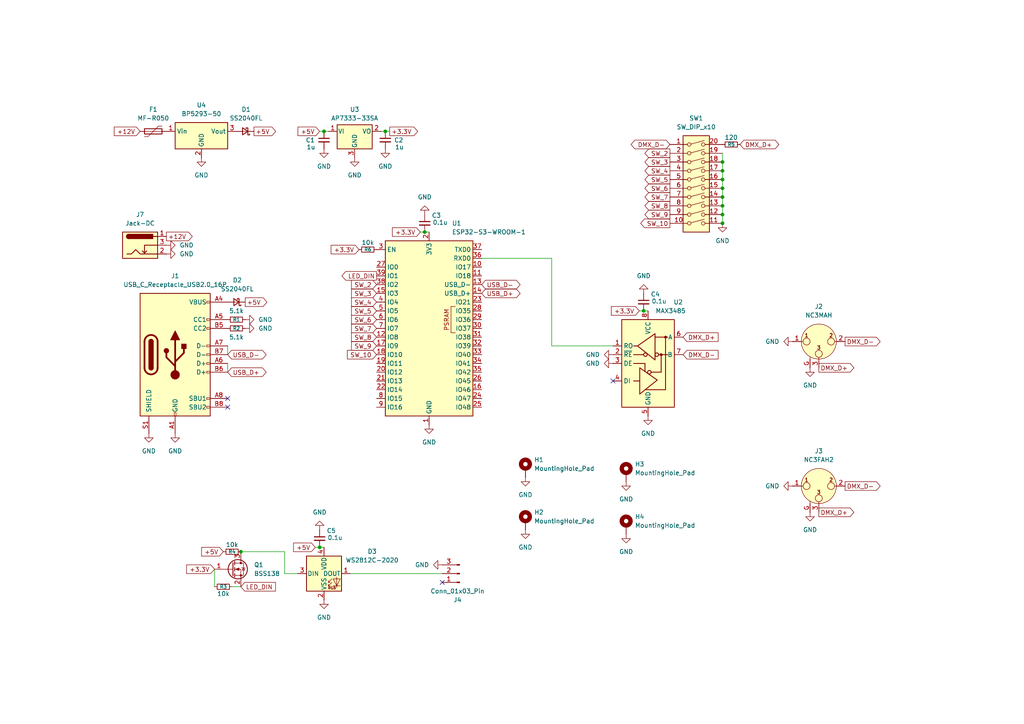
<source format=kicad_sch>
(kicad_sch (version 20250114) (generator "eeschema") (generator_version "9.0")
  (paper "A4")
  (lib_symbols
    (symbol "Connector:Barrel_Jack_Switch" (pin_names (hide yes))
      (property "Reference" "J" (at 0 5.334 0))
      (property "Value" "Barrel_Jack_Switch" (at 0 -5.08 0))
      (symbol "Barrel_Jack_Switch_0_1"
        (rectangle (start -5.08 3.81) (end 5.08 -3.81) (stroke (width 0.254)) (fill (type background)))
        (polyline (pts (xy -3.81 -2.54) (xy -2.54 -2.54) (xy -1.27 -1.27) (xy 0 -2.54) (xy 2.54 -2.54) (xy 5.08 -2.54)) (stroke (width 0.254)))
        (arc (start -3.302 1.905) (mid -3.9343 2.54) (end -3.302 3.175) (stroke (width 0.254)))
        (arc (start -3.302 1.905) (mid -3.9343 2.54) (end -3.302 3.175) (stroke (width 0.254)) (fill (type outline)))
        (polyline (pts (xy 1.27 -2.286) (xy 1.905 -1.651)) (stroke (width 0.254)))
        (rectangle (start 3.683 3.175) (end -3.302 1.905) (stroke (width 0.254)) (fill (type outline)))
        (polyline (pts (xy 5.08 2.54) (xy 3.81 2.54)) (stroke (width 0.254)))
        (polyline (pts (xy 5.08 0) (xy 1.27 0) (xy 1.27 -2.286) (xy 0.635 -1.651)) (stroke (width 0.254)))
      )
      (symbol "Barrel_Jack_Switch_1_1"
        (pin passive line (at 7.62 2.54 180) (length 2.54) (name "~") (number "1"))
        (pin passive line (at 7.62 0 180) (length 2.54) (name "~") (number "3"))
        (pin passive line (at 7.62 -2.54 180) (length 2.54) (name "~") (number "2"))
      )
    )
    (symbol "Connector:Conn_01x03_Pin" (pin_names (offset 1.016) (hide yes))
      (property "Reference" "J" (at 0 5.08 0))
      (property "Value" "Conn_01x03_Pin" (at 0 -5.08 0))
      (symbol "Conn_01x03_Pin_1_1"
        (rectangle (start 0.8636 2.667) (end 0 2.413) (stroke (width 0.1524)) (fill (type outline)))
        (rectangle (start 0.8636 0.127) (end 0 -0.127) (stroke (width 0.1524)) (fill (type outline)))
        (rectangle (start 0.8636 -2.413) (end 0 -2.667) (stroke (width 0.1524)) (fill (type outline)))
        (polyline (pts (xy 1.27 2.54) (xy 0.8636 2.54)) (stroke (width 0.1524)))
        (polyline (pts (xy 1.27 0) (xy 0.8636 0)) (stroke (width 0.1524)))
        (polyline (pts (xy 1.27 -2.54) (xy 0.8636 -2.54)) (stroke (width 0.1524)))
        (pin passive line (at 5.08 2.54 180) (length 3.81) (name "Pin_1") (number "1"))
        (pin passive line (at 5.08 0 180) (length 3.81) (name "Pin_2") (number "2"))
        (pin passive line (at 5.08 -2.54 180) (length 3.81) (name "Pin_3") (number "3"))
      )
    )
    (symbol "Connector:USB_C_Receptacle_USB2.0_16P" (pin_names (offset 1.016))
      (property "Reference" "J" (at 0 22.225 0))
      (property "Value" "USB_C_Receptacle_USB2.0_16P" (at 0 19.685 0))
      (symbol "USB_C_Receptacle_USB2.0_16P_0_0"
        (rectangle (start -0.254 -17.78) (end 0.254 -16.764))
        (rectangle (start 10.16 15.494) (end 9.144 14.986))
        (rectangle (start 10.16 10.414) (end 9.144 9.906))
        (rectangle (start 10.16 7.874) (end 9.144 7.366))
        (rectangle (start 10.16 2.794) (end 9.144 2.286))
        (rectangle (start 10.16 0.254) (end 9.144 -0.254))
        (rectangle (start 10.16 -2.286) (end 9.144 -2.794))
        (rectangle (start 10.16 -4.826) (end 9.144 -5.334))
        (rectangle (start 10.16 -12.446) (end 9.144 -12.954))
        (rectangle (start 10.16 -14.986) (end 9.144 -15.494))
      )
      (symbol "USB_C_Receptacle_USB2.0_16P_0_1"
        (rectangle (start -10.16 17.78) (end 10.16 -17.78) (stroke (width 0.254)) (fill (type background)))
        (polyline (pts (xy -8.89 -3.81) (xy -8.89 3.81)) (stroke (width 0.508)))
        (rectangle (start -7.62 -3.81) (end -6.35 3.81) (stroke (width 0.254)) (fill (type outline)))
        (arc (start -7.62 3.81) (mid -6.985 4.4423) (end -6.35 3.81) (stroke (width 0.254)))
        (arc (start -7.62 3.81) (mid -6.985 4.4423) (end -6.35 3.81) (stroke (width 0.254)) (fill (type outline)))
        (arc (start -8.89 3.81) (mid -6.985 5.7067) (end -5.08 3.81) (stroke (width 0.508)))
        (arc (start -5.08 -3.81) (mid -6.985 -5.7067) (end -8.89 -3.81) (stroke (width 0.508)))
        (arc (start -6.35 -3.81) (mid -6.985 -4.4423) (end -7.62 -3.81) (stroke (width 0.254)))
        (arc (start -6.35 -3.81) (mid -6.985 -4.4423) (end -7.62 -3.81) (stroke (width 0.254)) (fill (type outline)))
        (polyline (pts (xy -5.08 3.81) (xy -5.08 -3.81)) (stroke (width 0.508)))
        (circle (center -2.54 1.143) (radius 0.635) (stroke (width 0.254)) (fill (type outline)))
        (polyline (pts (xy -1.27 4.318) (xy 0 6.858) (xy 1.27 4.318) (xy -1.27 4.318)) (stroke (width 0.254)) (fill (type outline)))
        (polyline (pts (xy 0 -2.032) (xy 2.54 0.508) (xy 2.54 1.778)) (stroke (width 0.508)))
        (polyline (pts (xy 0 -3.302) (xy -2.54 -0.762) (xy -2.54 0.508)) (stroke (width 0.508)))
        (polyline (pts (xy 0 -5.842) (xy 0 4.318)) (stroke (width 0.508)))
        (circle (center 0 -5.842) (radius 1.27) (fill (type outline)))
        (rectangle (start 1.905 1.778) (end 3.175 3.048) (stroke (width 0.254)) (fill (type outline)))
      )
      (symbol "USB_C_Receptacle_USB2.0_16P_1_1"
        (pin passive line (at -7.62 -22.86 90) (length 5.08) (name "SHIELD") (number "S1"))
        (pin passive line (at 0 -22.86 90) (length 5.08) (name "GND") (number "A1"))
        (pin passive line (at 0 -22.86 90) (length 5.08) (hide yes) (name "GND") (number "A12"))
        (pin passive line (at 0 -22.86 90) (length 5.08) (hide yes) (name "GND") (number "B1"))
        (pin passive line (at 0 -22.86 90) (length 5.08) (hide yes) (name "GND") (number "B12"))
        (pin passive line (at 15.24 15.24 180) (length 5.08) (name "VBUS") (number "A4"))
        (pin passive line (at 15.24 15.24 180) (length 5.08) (hide yes) (name "VBUS") (number "A9"))
        (pin passive line (at 15.24 15.24 180) (length 5.08) (hide yes) (name "VBUS") (number "B4"))
        (pin passive line (at 15.24 15.24 180) (length 5.08) (hide yes) (name "VBUS") (number "B9"))
        (pin bidirectional line (at 15.24 10.16 180) (length 5.08) (name "CC1") (number "A5"))
        (pin bidirectional line (at 15.24 7.62 180) (length 5.08) (name "CC2") (number "B5"))
        (pin bidirectional line (at 15.24 2.54 180) (length 5.08) (name "D-") (number "A7"))
        (pin bidirectional line (at 15.24 0 180) (length 5.08) (name "D-") (number "B7"))
        (pin bidirectional line (at 15.24 -2.54 180) (length 5.08) (name "D+") (number "A6"))
        (pin bidirectional line (at 15.24 -5.08 180) (length 5.08) (name "D+") (number "B6"))
        (pin bidirectional line (at 15.24 -12.7 180) (length 5.08) (name "SBU1") (number "A8"))
        (pin bidirectional line (at 15.24 -15.24 180) (length 5.08) (name "SBU2") (number "B8"))
      )
    )
    (symbol "Connector_Audio:XLR3_Ground" (pin_names (hide yes))
      (property "Reference" "J" (at 0 8.89 0))
      (property "Value" "XLR3_Ground" (at 0 6.35 0))
      (symbol "XLR3_Ground_0_1"
        (polyline (pts (xy -5.08 0) (xy -4.572 0)))
        (circle (center -3.556 0) (radius 1.016))
        (polyline (pts (xy -2.54 -5.08) (xy -2.54 -4.445)))
        (circle (center 0 0) (radius 5.08) (fill (type background)))
        (circle (center 0 -3.556) (radius 1.016))
        (polyline (pts (xy 0 -5.08) (xy 0 -4.572)))
        (circle (center 3.556 0) (radius 1.016))
        (polyline (pts (xy 5.08 0) (xy 4.572 0)))
        (text "1" (at -3.556 1.778 0) (effects (font (size 1.016 1.016) (bold yes))))
        (text "3" (at 0 -1.778 0) (effects (font (size 1.016 1.016) (bold yes))))
        (text "2" (at 3.556 1.778 0) (effects (font (size 1.016 1.016) (bold yes))))
        (pin passive line (at -7.62 0 0) (length 2.54) (name "~") (number "1"))
        (pin passive line (at 0 -7.62 90) (length 2.54) (name "~") (number "3"))
        (pin passive line (at 7.62 0 180) (length 2.54) (name "~") (number "2"))
      )
      (symbol "XLR3_Ground_1_1"
        (pin passive line (at -2.54 -7.62 90) (length 2.54) (name "~") (number "G"))
      )
    )
    (symbol "Device:C_Small" (pin_numbers (hide yes)) (pin_names (offset 0.254) (hide yes))
      (property "Reference" "C" (at 0.254 1.778 0))
      (property "Value" "C_Small" (at 0.254 -2.032 0))
      (symbol "C_Small_0_1"
        (polyline (pts (xy -1.524 0.508) (xy 1.524 0.508)) (stroke (width 0.3048)))
        (polyline (pts (xy -1.524 -0.508) (xy 1.524 -0.508)) (stroke (width 0.3302)))
      )
      (symbol "C_Small_1_1"
        (pin passive line (at 0 2.54 270) (length 2.032) (name "~") (number "1"))
        (pin passive line (at 0 -2.54 90) (length 2.032) (name "~") (number "2"))
      )
    )
    (symbol "Device:D_Schottky_Small" (pin_numbers (hide yes)) (pin_names (offset 0.254) (hide yes))
      (property "Reference" "D" (at -1.27 2.032 0))
      (property "Value" "D_Schottky_Small" (at -7.112 -2.032 0))
      (symbol "D_Schottky_Small_0_1"
        (polyline (pts (xy -1.27 0.762) (xy -1.27 1.016) (xy -0.762 1.016) (xy -0.762 -1.016) (xy -0.254 -1.016) (xy -0.254 -0.762)) (stroke (width 0.254)))
        (polyline (pts (xy -0.762 0) (xy 0.762 0)))
        (polyline (pts (xy 0.762 -1.016) (xy -0.762 0) (xy 0.762 1.016) (xy 0.762 -1.016)) (stroke (width 0.254)))
      )
      (symbol "D_Schottky_Small_1_1"
        (pin passive line (at -2.54 0 0) (length 1.778) (name "K") (number "1"))
        (pin passive line (at 2.54 0 180) (length 1.778) (name "A") (number "2"))
      )
    )
    (symbol "Device:Polyfuse" (pin_numbers (hide yes)) (pin_names (offset 0))
      (property "Reference" "F" (at -2.54 0 90))
      (property "Value" "Polyfuse" (at 2.54 0 90))
      (symbol "Polyfuse_0_1"
        (polyline (pts (xy -1.524 2.54) (xy -1.524 1.524) (xy 1.524 -1.524) (xy 1.524 -2.54)))
        (rectangle (start -0.762 2.54) (end 0.762 -2.54) (stroke (width 0.254)))
        (polyline (pts (xy 0 2.54) (xy 0 -2.54)))
      )
      (symbol "Polyfuse_1_1"
        (pin passive line (at 0 3.81 270) (length 1.27) (name "~") (number "1"))
        (pin passive line (at 0 -3.81 90) (length 1.27) (name "~") (number "2"))
      )
    )
    (symbol "Device:R_Small" (pin_numbers (hide yes)) (pin_names (offset 0.254) (hide yes))
      (property "Reference" "R" (at 0 0 90))
      (property "Value" "R_Small" (at 1.778 0 90))
      (symbol "R_Small_0_1"
        (rectangle (start -0.762 1.778) (end 0.762 -1.778) (stroke (width 0.2032)))
      )
      (symbol "R_Small_1_1"
        (pin passive line (at 0 2.54 270) (length 0.762) (name "~") (number "1"))
        (pin passive line (at 0 -2.54 90) (length 0.762) (name "~") (number "2"))
      )
    )
    (symbol "Interface_UART:MAX3485"
      (property "Reference" "U" (at -6.985 13.97 0))
      (property "Value" "MAX3485" (at 1.905 13.97 0))
      (symbol "MAX3485_0_1"
        (rectangle (start -7.62 12.7) (end 7.62 -12.7) (stroke (width 0.254)) (fill (type background)))
        (polyline (pts (xy -4.191 2.54) (xy -1.27 2.54)) (stroke (width 0.254)))
        (polyline (pts (xy -4.191 0) (xy -0.889 0) (xy -0.889 -2.286)) (stroke (width 0.254)))
        (polyline (pts (xy -3.175 5.08) (xy -4.191 5.08) (xy -4.064 5.08)) (stroke (width 0.254)))
        (polyline (pts (xy -2.54 -5.08) (xy -4.191 -5.08)) (stroke (width 0.254)))
        (polyline (pts (xy -2.413 -5.08) (xy -2.413 -1.27) (xy 2.667 -4.826) (xy -2.413 -8.89) (xy -2.413 -5.08)) (stroke (width 0.254)))
        (polyline (pts (xy -0.635 -7.62) (xy 5.08 -7.62)) (stroke (width 0.254)))
        (circle (center 0.381 -2.54) (radius 0.508) (stroke (width 0.254)))
        (polyline (pts (xy 0.889 -2.54) (xy 3.81 -2.54)) (stroke (width 0.254)))
        (polyline (pts (xy 2.032 7.62) (xy 5.715 7.62)) (stroke (width 0.254)))
        (polyline (pts (xy 3.048 2.54) (xy 5.715 2.54)) (stroke (width 0.254)))
        (circle (center 3.81 2.54) (radius 0.2794) (stroke (width 0.254)) (fill (type outline)))
        (polyline (pts (xy 3.81 -2.54) (xy 3.81 2.54)) (stroke (width 0.254)))
        (polyline (pts (xy 5.08 -7.62) (xy 5.08 7.62)) (stroke (width 0.254)))
      )
      (symbol "MAX3485_1_1"
        (circle (center -0.762 2.54) (radius 0.508) (stroke (width 0.254)))
        (polyline (pts (xy 2.032 4.826) (xy 2.032 8.636) (xy -3.048 5.08) (xy 2.032 1.016) (xy 2.032 4.826)) (stroke (width 0.254)))
        (circle (center 2.54 2.54) (radius 0.508) (stroke (width 0.254)))
        (circle (center 5.08 7.62) (radius 0.2794) (stroke (width 0.254)) (fill (type outline)))
        (pin output line (at -10.16 5.08 0) (length 2.54) (name "RO") (number "1"))
        (pin input line (at -10.16 2.54 0) (length 2.54) (name "~{RE}") (number "2"))
        (pin input line (at -10.16 0 0) (length 2.54) (name "DE") (number "3"))
        (pin input line (at -10.16 -5.08 0) (length 2.54) (name "DI") (number "4"))
        (pin power_in line (at 0 15.24 270) (length 2.54) (name "VCC") (number "8"))
        (pin power_in line (at 0 -15.24 90) (length 2.54) (name "GND") (number "5"))
        (pin bidirectional line (at 10.16 7.62 180) (length 2.54) (name "A") (number "6"))
        (pin bidirectional line (at 10.16 2.54 180) (length 2.54) (name "B") (number "7"))
      )
    )
    (symbol "LED:WS2812B-2020" (pin_names (offset 0.254))
      (property "Reference" "D" (at 5.08 5.715 0))
      (property "Value" "WS2812B-2020" (at 1.27 -5.715 0))
      (symbol "WS2812B-2020_0_0"
        (text "RGB" (at 2.286 -4.191 0) (effects (font (size 0.762 0.762))))
      )
      (symbol "WS2812B-2020_0_1"
        (polyline (pts (xy 1.27 -2.54) (xy 1.778 -2.54)))
        (polyline (pts (xy 1.27 -3.556) (xy 1.778 -3.556)))
        (polyline (pts (xy 2.286 -1.524) (xy 1.27 -2.54) (xy 1.27 -2.032)))
        (polyline (pts (xy 2.286 -2.54) (xy 1.27 -3.556) (xy 1.27 -3.048)))
        (polyline (pts (xy 3.683 -1.016) (xy 3.683 -3.556) (xy 3.683 -4.064)))
        (polyline (pts (xy 4.699 -1.524) (xy 2.667 -1.524) (xy 3.683 -3.556) (xy 4.699 -1.524)))
        (polyline (pts (xy 4.699 -3.556) (xy 2.667 -3.556)))
        (rectangle (start 5.08 5.08) (end -5.08 -5.08) (stroke (width 0.254)) (fill (type background)))
      )
      (symbol "WS2812B-2020_1_1"
        (pin input line (at -7.62 0 0) (length 2.54) (name "DIN") (number "3"))
        (pin power_in line (at 0 7.62 270) (length 2.54) (name "VDD") (number "4"))
        (pin power_in line (at 0 -7.62 90) (length 2.54) (name "VSS") (number "2"))
        (pin output line (at 7.62 0 180) (length 2.54) (name "DOUT") (number "1"))
      )
    )
    (symbol "Mechanical:MountingHole_Pad" (pin_numbers (hide yes)) (pin_names (offset 1.016) (hide yes)) (in_bom no)
      (property "Reference" "H" (at 0 6.35 0))
      (property "Value" "MountingHole_Pad" (at 0 4.445 0))
      (symbol "MountingHole_Pad_0_1"
        (circle (center 0 1.27) (radius 1.27) (stroke (width 1.27)))
      )
      (symbol "MountingHole_Pad_1_1"
        (pin input line (at 0 -2.54 90) (length 2.54) (name "1") (number "1"))
      )
    )
    (symbol "RF_Module:ESP32-S3-WROOM-1"
      (property "Reference" "U" (at -12.7 26.67 0))
      (property "Value" "ESP32-S3-WROOM-1" (at 12.7 26.67 0))
      (symbol "ESP32-S3-WROOM-1_0_0"
        (rectangle (start -12.7 25.4) (end 12.7 -25.4) (stroke (width 0.254)) (fill (type background)))
        (text "PSRAM" (at 5.08 2.54 900) (effects (font (size 1.27 1.27))))
      )
      (symbol "ESP32-S3-WROOM-1_0_1"
        (polyline (pts (xy 7.62 -1.27) (xy 6.35 -1.27) (xy 6.35 6.35) (xy 7.62 6.35)))
      )
      (symbol "ESP32-S3-WROOM-1_1_1"
        (pin input line (at -15.24 22.86 0) (length 2.54) (name "EN") (number "3"))
        (pin bidirectional line (at -15.24 17.78 0) (length 2.54) (name "IO0") (number "27"))
        (pin bidirectional line (at -15.24 15.24 0) (length 2.54) (name "IO1") (number "39"))
        (pin bidirectional line (at -15.24 12.7 0) (length 2.54) (name "IO2") (number "38"))
        (pin bidirectional line (at -15.24 10.16 0) (length 2.54) (name "IO3") (number "15"))
        (pin bidirectional line (at -15.24 7.62 0) (length 2.54) (name "IO4") (number "4"))
        (pin bidirectional line (at -15.24 5.08 0) (length 2.54) (name "IO5") (number "5"))
        (pin bidirectional line (at -15.24 2.54 0) (length 2.54) (name "IO6") (number "6"))
        (pin bidirectional line (at -15.24 0 0) (length 2.54) (name "IO7") (number "7"))
        (pin bidirectional line (at -15.24 -2.54 0) (length 2.54) (name "IO8") (number "12"))
        (pin bidirectional line (at -15.24 -5.08 0) (length 2.54) (name "IO9") (number "17"))
        (pin bidirectional line (at -15.24 -7.62 0) (length 2.54) (name "IO10") (number "18"))
        (pin bidirectional line (at -15.24 -10.16 0) (length 2.54) (name "IO11") (number "19"))
        (pin bidirectional line (at -15.24 -12.7 0) (length 2.54) (name "IO12") (number "20"))
        (pin bidirectional line (at -15.24 -15.24 0) (length 2.54) (name "IO13") (number "21"))
        (pin bidirectional line (at -15.24 -17.78 0) (length 2.54) (name "IO14") (number "22"))
        (pin bidirectional line (at -15.24 -20.32 0) (length 2.54) (name "IO15") (number "8"))
        (pin bidirectional line (at -15.24 -22.86 0) (length 2.54) (name "IO16") (number "9"))
        (pin power_in line (at 0 27.94 270) (length 2.54) (name "3V3") (number "2"))
        (pin power_in line (at 0 -27.94 90) (length 2.54) (name "GND") (number "1"))
        (pin passive line (at 0 -27.94 90) (length 2.54) (hide yes) (name "GND") (number "40"))
        (pin passive line (at 0 -27.94 90) (length 2.54) (hide yes) (name "GND") (number "41"))
        (pin bidirectional line (at 15.24 22.86 180) (length 2.54) (name "TXD0") (number "37"))
        (pin bidirectional line (at 15.24 20.32 180) (length 2.54) (name "RXD0") (number "36"))
        (pin bidirectional line (at 15.24 17.78 180) (length 2.54) (name "IO17") (number "10"))
        (pin bidirectional line (at 15.24 15.24 180) (length 2.54) (name "IO18") (number "11"))
        (pin bidirectional line (at 15.24 12.7 180) (length 2.54) (name "USB_D-") (number "13"))
        (pin bidirectional line (at 15.24 10.16 180) (length 2.54) (name "USB_D+") (number "14"))
        (pin bidirectional line (at 15.24 7.62 180) (length 2.54) (name "IO21") (number "23"))
        (pin bidirectional line (at 15.24 5.08 180) (length 2.54) (name "IO35") (number "28"))
        (pin bidirectional line (at 15.24 2.54 180) (length 2.54) (name "IO36") (number "29"))
        (pin bidirectional line (at 15.24 0 180) (length 2.54) (name "IO37") (number "30"))
        (pin bidirectional line (at 15.24 -2.54 180) (length 2.54) (name "IO38") (number "31"))
        (pin bidirectional line (at 15.24 -5.08 180) (length 2.54) (name "IO39") (number "32"))
        (pin bidirectional line (at 15.24 -7.62 180) (length 2.54) (name "IO40") (number "33"))
        (pin bidirectional line (at 15.24 -10.16 180) (length 2.54) (name "IO41") (number "34"))
        (pin bidirectional line (at 15.24 -12.7 180) (length 2.54) (name "IO42") (number "35"))
        (pin bidirectional line (at 15.24 -15.24 180) (length 2.54) (name "IO45") (number "26"))
        (pin bidirectional line (at 15.24 -17.78 180) (length 2.54) (name "IO46") (number "16"))
        (pin bidirectional line (at 15.24 -20.32 180) (length 2.54) (name "IO47") (number "24"))
        (pin bidirectional line (at 15.24 -22.86 180) (length 2.54) (name "IO48") (number "25"))
      )
    )
    (symbol "Regulator_Linear:AP7384-33SA" (pin_names (offset 0.254))
      (property "Reference" "U" (at -3.81 3.175 0))
      (property "Value" "AP7384-33SA" (at 0 3.175 0))
      (symbol "AP7384-33SA_0_1"
        (rectangle (start -5.08 1.905) (end 5.08 -5.08) (stroke (width 0.254)) (fill (type background)))
      )
      (symbol "AP7384-33SA_1_1"
        (pin power_in line (at -7.62 0 0) (length 2.54) (name "VI") (number "1"))
        (pin power_in line (at 0 -7.62 90) (length 2.54) (name "GND") (number "3"))
        (pin power_out line (at 7.62 0 180) (length 2.54) (name "VO") (number "2"))
      )
    )
    (symbol "Regulator_Switching:TSR2-24150"
      (property "Reference" "U" (at -7.62 6.35 0))
      (property "Value" "TSR2-24150" (at 1.27 6.35 0))
      (symbol "TSR2-24150_0_1"
        (rectangle (start -7.62 5.08) (end 7.62 -2.54) (stroke (width 0.254)) (fill (type background)))
      )
      (symbol "TSR2-24150_1_1"
        (pin power_in line (at -10.16 2.54 0) (length 2.54) (name "Vin") (number "1"))
        (pin power_in line (at 0 -5.08 90) (length 2.54) (name "GND") (number "2"))
        (pin power_out line (at 10.16 2.54 180) (length 2.54) (name "Vout") (number "3"))
      )
    )
    (symbol "Switch:SW_DIP_x10" (pin_names (offset 0) (hide yes))
      (property "Reference" "SW" (at 0 16.51 0))
      (property "Value" "SW_DIP_x10" (at 0 -13.97 0))
      (symbol "SW_DIP_x10_0_0"
        (circle (center -2.032 12.7) (radius 0.508))
        (circle (center -2.032 10.16) (radius 0.508))
        (circle (center -2.032 7.62) (radius 0.508))
        (circle (center -2.032 5.08) (radius 0.508))
        (circle (center -2.032 2.54) (radius 0.508))
        (circle (center -2.032 0) (radius 0.508))
        (circle (center -2.032 -2.54) (radius 0.508))
        (circle (center -2.032 -5.08) (radius 0.508))
        (circle (center -2.032 -7.62) (radius 0.508))
        (circle (center -2.032 -10.16) (radius 0.508))
        (polyline (pts (xy -1.524 12.827) (xy 2.3622 13.8684)))
        (polyline (pts (xy -1.524 10.287) (xy 2.3622 11.3284)))
        (polyline (pts (xy -1.524 7.747) (xy 2.3622 8.7884)))
        (polyline (pts (xy -1.524 5.207) (xy 2.3622 6.2484)))
        (polyline (pts (xy -1.524 2.667) (xy 2.3622 3.7084)))
        (polyline (pts (xy -1.524 0.127) (xy 2.3622 1.1684)))
        (polyline (pts (xy -1.524 -2.3876) (xy 2.3622 -1.3462)))
        (polyline (pts (xy -1.524 -4.9276) (xy 2.3622 -3.8862)))
        (polyline (pts (xy -1.524 -7.4676) (xy 2.3622 -6.4262)))
        (polyline (pts (xy -1.524 -10.0076) (xy 2.3622 -8.9662)))
        (circle (center 2.032 12.7) (radius 0.508))
        (circle (center 2.032 10.16) (radius 0.508))
        (circle (center 2.032 7.62) (radius 0.508))
        (circle (center 2.032 5.08) (radius 0.508))
        (circle (center 2.032 2.54) (radius 0.508))
        (circle (center 2.032 0) (radius 0.508))
        (circle (center 2.032 -2.54) (radius 0.508))
        (circle (center 2.032 -5.08) (radius 0.508))
        (circle (center 2.032 -7.62) (radius 0.508))
        (circle (center 2.032 -10.16) (radius 0.508))
      )
      (symbol "SW_DIP_x10_0_1"
        (rectangle (start -3.81 15.24) (end 3.81 -12.7) (stroke (width 0.254)) (fill (type background)))
      )
      (symbol "SW_DIP_x10_1_1"
        (pin passive line (at -7.62 12.7 0) (length 5.08) (name "~") (number "1"))
        (pin passive line (at -7.62 10.16 0) (length 5.08) (name "~") (number "2"))
        (pin passive line (at -7.62 7.62 0) (length 5.08) (name "~") (number "3"))
        (pin passive line (at -7.62 5.08 0) (length 5.08) (name "~") (number "4"))
        (pin passive line (at -7.62 2.54 0) (length 5.08) (name "~") (number "5"))
        (pin passive line (at -7.62 0 0) (length 5.08) (name "~") (number "6"))
        (pin passive line (at -7.62 -2.54 0) (length 5.08) (name "~") (number "7"))
        (pin passive line (at -7.62 -5.08 0) (length 5.08) (name "~") (number "8"))
        (pin passive line (at -7.62 -7.62 0) (length 5.08) (name "~") (number "9"))
        (pin passive line (at -7.62 -10.16 0) (length 5.08) (name "~") (number "10"))
        (pin passive line (at 7.62 12.7 180) (length 5.08) (name "~") (number "20"))
        (pin passive line (at 7.62 10.16 180) (length 5.08) (name "~") (number "19"))
        (pin passive line (at 7.62 7.62 180) (length 5.08) (name "~") (number "18"))
        (pin passive line (at 7.62 5.08 180) (length 5.08) (name "~") (number "17"))
        (pin passive line (at 7.62 2.54 180) (length 5.08) (name "~") (number "16"))
        (pin passive line (at 7.62 0 180) (length 5.08) (name "~") (number "15"))
        (pin passive line (at 7.62 -2.54 180) (length 5.08) (name "~") (number "14"))
        (pin passive line (at 7.62 -5.08 180) (length 5.08) (name "~") (number "13"))
        (pin passive line (at 7.62 -7.62 180) (length 5.08) (name "~") (number "12"))
        (pin passive line (at 7.62 -10.16 180) (length 5.08) (name "~") (number "11"))
      )
    )
    (symbol "Transistor_FET:BSS138" (pin_names (hide yes))
      (property "Reference" "Q" (at 5.08 1.905 0))
      (property "Value" "BSS138" (at 5.08 0 0))
      (symbol "BSS138_0_1"
        (polyline (pts (xy 0.254 1.905) (xy 0.254 -1.905)) (stroke (width 0.254)))
        (polyline (pts (xy 0.254 0) (xy -2.54 0)))
        (polyline (pts (xy 0.762 2.286) (xy 0.762 1.27)) (stroke (width 0.254)))
        (polyline (pts (xy 0.762 0.508) (xy 0.762 -0.508)) (stroke (width 0.254)))
        (polyline (pts (xy 0.762 -1.27) (xy 0.762 -2.286)) (stroke (width 0.254)))
        (polyline (pts (xy 0.762 -1.778) (xy 3.302 -1.778) (xy 3.302 1.778) (xy 0.762 1.778)))
        (polyline (pts (xy 1.016 0) (xy 2.032 0.381) (xy 2.032 -0.381) (xy 1.016 0)) (fill (type outline)))
        (circle (center 1.651 0) (radius 2.794) (stroke (width 0.254)))
        (polyline (pts (xy 2.54 2.54) (xy 2.54 1.778)))
        (circle (center 2.54 1.778) (radius 0.254) (fill (type outline)))
        (circle (center 2.54 -1.778) (radius 0.254) (fill (type outline)))
        (polyline (pts (xy 2.54 -2.54) (xy 2.54 0) (xy 0.762 0)))
        (polyline (pts (xy 2.794 0.508) (xy 2.921 0.381) (xy 3.683 0.381) (xy 3.81 0.254)))
        (polyline (pts (xy 3.302 0.381) (xy 2.921 -0.254) (xy 3.683 -0.254) (xy 3.302 0.381)))
      )
      (symbol "BSS138_1_1"
        (pin input line (at -5.08 0 0) (length 2.54) (name "G") (number "1"))
        (pin passive line (at 2.54 5.08 270) (length 2.54) (name "D") (number "3"))
        (pin passive line (at 2.54 -5.08 90) (length 2.54) (name "S") (number "2"))
      )
    )
    (symbol "power:GND" (power) (pin_numbers (hide yes)) (pin_names (offset 0) (hide yes))
      (property "Value" "GND" (at 0 -3.81 0))
      (symbol "GND_0_1"
        (polyline (pts (xy 0 0) (xy 0 -1.27) (xy 1.27 -1.27) (xy 0 -2.54) (xy -1.27 -1.27) (xy 0 -1.27)))
      )
      (symbol "GND_1_1"
        (pin power_in line (at 0 0 270) (length 0) (name "~") (number "1"))
      )
    )
  )
  (junction (at 209.55 49.53))
  (junction (at 209.55 59.69))
  (junction (at 209.55 64.77))
  (junction (at 92.71 158.75))
  (junction (at 209.55 62.23))
  (junction (at 209.55 57.15))
  (junction (at 123.19 67.31))
  (junction (at 209.55 52.07))
  (junction (at 93.98 38.1))
  (junction (at 69.85 160.02))
  (junction (at 186.69 90.17))
  (junction (at 209.55 54.61))
  (junction (at 111.76 38.1))
  (junction (at 209.55 46.99))
  (no_connect (at 128.27 168.91))
  (no_connect (at 66.04 118.11))
  (no_connect (at 66.04 115.57))
  (no_connect (at 177.8 110.49))
  (wire (pts (xy 209.55 49.53) (xy 209.55 52.07)))
  (wire (pts (xy 209.55 59.69) (xy 209.55 62.23)))
  (wire (pts (xy 93.98 38.1) (xy 95.25 38.1)))
  (wire (pts (xy 69.85 160.02) (xy 82.55 160.02)))
  (wire (pts (xy 139.7 74.93) (xy 160.02 74.93)))
  (wire (pts (xy 101.6 166.37) (xy 128.27 166.37)))
  (wire (pts (xy 67.31 170.18) (xy 69.85 170.18)))
  (wire (pts (xy 113.03 38.1) (xy 111.76 38.1)))
  (wire (pts (xy 91.44 158.75) (xy 92.71 158.75)))
  (wire (pts (xy 92.71 158.75) (xy 93.98 158.75)))
  (wire (pts (xy 209.55 54.61) (xy 209.55 57.15)))
  (wire (pts (xy 160.02 100.33) (xy 177.8 100.33)))
  (wire (pts (xy 82.55 160.02) (xy 82.55 166.37)))
  (wire (pts (xy 92.71 38.1) (xy 93.98 38.1)))
  (wire (pts (xy 209.55 62.23) (xy 209.55 64.77)))
  (wire (pts (xy 111.76 38.1) (xy 110.49 38.1)))
  (wire (pts (xy 62.23 165.1) (xy 62.23 170.18)))
  (wire (pts (xy 123.19 67.31) (xy 124.46 67.31)))
  (wire (pts (xy 209.55 52.07) (xy 209.55 54.61)))
  (wire (pts (xy 66.04 100.33) (xy 66.04 102.87)))
  (wire (pts (xy 209.55 46.99) (xy 209.55 49.53)))
  (wire (pts (xy 185.42 90.17) (xy 186.69 90.17)))
  (wire (pts (xy 121.92 67.31) (xy 123.19 67.31)))
  (wire (pts (xy 82.55 166.37) (xy 86.36 166.37)))
  (wire (pts (xy 186.69 90.17) (xy 187.96 90.17)))
  (wire (pts (xy 209.55 57.15) (xy 209.55 59.69)))
  (wire (pts (xy 66.04 105.41) (xy 66.04 107.95)))
  (wire (pts (xy 209.55 44.45) (xy 209.55 46.99)))
  (wire (pts (xy 160.02 74.93) (xy 160.02 100.33)))
  (global_label "SW_10" (shape output) (at 194.31 64.77 180) (property "Intersheetrefs" "${INTERSHEET_REFS}" (effects (hide yes))))
  (global_label "DMX_D+" (shape output) (at 237.49 148.59 0) (property "Intersheetrefs" "${INTERSHEET_REFS}" (effects (hide yes))))
  (global_label "SW_9" (shape input) (at 109.22 100.33 180) (property "Intersheetrefs" "${INTERSHEET_REFS}" (effects (hide yes))))
  (global_label "SW_6" (shape input) (at 109.22 92.71 180) (property "Intersheetrefs" "${INTERSHEET_REFS}" (effects (hide yes))))
  (global_label "DMX_D+" (shape output) (at 237.49 106.68 0) (property "Intersheetrefs" "${INTERSHEET_REFS}" (effects (hide yes))))
  (global_label "+3.3V" (shape output) (at 113.03 38.1 0) (property "Intersheetrefs" "${INTERSHEET_REFS}" (effects (hide yes))))
  (global_label "DMX_D-" (shape output) (at 245.11 99.06 0) (property "Intersheetrefs" "${INTERSHEET_REFS}" (effects (hide yes))))
  (global_label "+5V" (shape input) (at 91.44 158.75 180) (property "Intersheetrefs" "${INTERSHEET_REFS}" (effects (hide yes))))
  (global_label "SW_8" (shape output) (at 194.31 59.69 180) (property "Intersheetrefs" "${INTERSHEET_REFS}" (effects (hide yes))))
  (global_label "DMX_D-" (shape input) (at 198.12 102.87 0) (property "Intersheetrefs" "${INTERSHEET_REFS}" (effects (hide yes))))
  (global_label "+3.3V" (shape input) (at 62.23 165.1 180) (property "Intersheetrefs" "${INTERSHEET_REFS}" (effects (hide yes))))
  (global_label "SW_5" (shape output) (at 194.31 52.07 180) (property "Intersheetrefs" "${INTERSHEET_REFS}" (effects (hide yes))))
  (global_label "+12V" (shape output) (at 48.26 68.58 0) (property "Intersheetrefs" "${INTERSHEET_REFS}" (effects (hide yes))))
  (global_label "DMX_D+" (shape bidirectional) (at 214.63 41.91 0) (property "Intersheetrefs" "${INTERSHEET_REFS}" (effects (hide yes))))
  (global_label "SW_8" (shape input) (at 109.22 97.79 180) (property "Intersheetrefs" "${INTERSHEET_REFS}" (effects (hide yes))))
  (global_label "SW_4" (shape output) (at 194.31 49.53 180) (property "Intersheetrefs" "${INTERSHEET_REFS}" (effects (hide yes))))
  (global_label "USB_D+" (shape bidirectional) (at 139.7 85.09 0) (property "Intersheetrefs" "${INTERSHEET_REFS}" (effects (hide yes))))
  (global_label "SW_3" (shape input) (at 109.22 85.09 180) (property "Intersheetrefs" "${INTERSHEET_REFS}" (effects (hide yes))))
  (global_label "SW_6" (shape output) (at 194.31 54.61 180) (property "Intersheetrefs" "${INTERSHEET_REFS}" (effects (hide yes))))
  (global_label "+5V" (shape output) (at 73.66 38.1 0) (property "Intersheetrefs" "${INTERSHEET_REFS}" (effects (hide yes))))
  (global_label "+5V" (shape output) (at 71.12 87.63 0) (property "Intersheetrefs" "${INTERSHEET_REFS}" (effects (hide yes))))
  (global_label "SW_10" (shape input) (at 109.22 102.87 180) (property "Intersheetrefs" "${INTERSHEET_REFS}" (effects (hide yes))))
  (global_label "SW_5" (shape input) (at 109.22 90.17 180) (property "Intersheetrefs" "${INTERSHEET_REFS}" (effects (hide yes))))
  (global_label "SW_7" (shape output) (at 194.31 57.15 180) (property "Intersheetrefs" "${INTERSHEET_REFS}" (effects (hide yes))))
  (global_label "+3.3V" (shape input) (at 185.42 90.17 180) (property "Intersheetrefs" "${INTERSHEET_REFS}" (effects (hide yes))))
  (global_label "USB_D-" (shape bidirectional) (at 139.7 82.55 0) (property "Intersheetrefs" "${INTERSHEET_REFS}" (effects (hide yes))))
  (global_label "DMX_D-" (shape output) (at 245.11 140.97 0) (property "Intersheetrefs" "${INTERSHEET_REFS}" (effects (hide yes))))
  (global_label "SW_7" (shape input) (at 109.22 95.25 180) (property "Intersheetrefs" "${INTERSHEET_REFS}" (effects (hide yes))))
  (global_label "+3.3V" (shape input) (at 121.92 67.31 180) (property "Intersheetrefs" "${INTERSHEET_REFS}" (effects (hide yes))))
  (global_label "SW_2" (shape input) (at 109.22 82.55 180) (property "Intersheetrefs" "${INTERSHEET_REFS}" (effects (hide yes))))
  (global_label "LED_DIN" (shape output) (at 109.22 80.01 180) (property "Intersheetrefs" "${INTERSHEET_REFS}" (effects (hide yes))))
  (global_label "+12V" (shape input) (at 40.64 38.1 180) (property "Intersheetrefs" "${INTERSHEET_REFS}" (effects (hide yes))))
  (global_label "+3.3V" (shape input) (at 104.14 72.39 180) (property "Intersheetrefs" "${INTERSHEET_REFS}" (effects (hide yes))))
  (global_label "SW_3" (shape output) (at 194.31 46.99 180) (property "Intersheetrefs" "${INTERSHEET_REFS}" (effects (hide yes))))
  (global_label "USB_D-" (shape bidirectional) (at 66.04 102.87 0) (property "Intersheetrefs" "${INTERSHEET_REFS}" (effects (hide yes))))
  (global_label "SW_2" (shape output) (at 194.31 44.45 180) (property "Intersheetrefs" "${INTERSHEET_REFS}" (effects (hide yes))))
  (global_label "SW_4" (shape input) (at 109.22 87.63 180) (property "Intersheetrefs" "${INTERSHEET_REFS}" (effects (hide yes))))
  (global_label "LED_DIN" (shape input) (at 69.85 170.18 0) (property "Intersheetrefs" "${INTERSHEET_REFS}" (effects (hide yes))))
  (global_label "DMX_D-" (shape bidirectional) (at 194.31 41.91 180) (property "Intersheetrefs" "${INTERSHEET_REFS}" (effects (hide yes))))
  (global_label "+5V" (shape input) (at 92.71 38.1 180) (property "Intersheetrefs" "${INTERSHEET_REFS}" (effects (hide yes))))
  (global_label "DMX_D+" (shape input) (at 198.12 97.79 0) (property "Intersheetrefs" "${INTERSHEET_REFS}" (effects (hide yes))))
  (global_label "+5V" (shape input) (at 64.77 160.02 180) (property "Intersheetrefs" "${INTERSHEET_REFS}" (effects (hide yes))))
  (global_label "USB_D+" (shape bidirectional) (at 66.04 107.95 0) (property "Intersheetrefs" "${INTERSHEET_REFS}" (effects (hide yes))))
  (global_label "SW_9" (shape output) (at 194.31 62.23 180) (property "Intersheetrefs" "${INTERSHEET_REFS}" (effects (hide yes))))
  (symbol (lib_id "Device:R_Small") (at 106.68 72.39 90) (unit 1)
    (property "Reference" "R6" (at 106.68 72.39 90) (effects (font (size 1.016 1.016))))
    (property "Value" "10k" (at 106.68 70.358 90))
    (property "Footprint" "Resistor_SMD:R_0603_1608Metric_Pad0.98x0.95mm_HandSolder" (effects (hide yes)))
    (property "Description" "Resistor, small symbol" (effects (hide yes)))
  )
  (symbol (lib_id "power:GND") (at 128.27 163.83 270) (unit 1)
    (property "Reference" "#PWR01" (effects (hide yes)))
    (property "Value" "GND" (at 124.46 163.8301 90) (effects (justify right)))
    (property "Description" "Power symbol creates a global label with name \"GND\" , ground" (effects (hide yes)))
  )
  (symbol (lib_id "power:GND") (at 186.69 85.09 180) (unit 1)
    (property "Reference" "#PWR023" (effects (hide yes)))
    (property "Value" "GND" (at 186.69 80.01 0))
    (property "Description" "Power symbol creates a global label with name \"GND\" , ground" (effects (hide yes)))
  )
  (symbol (lib_id "power:GND") (at 93.98 43.18 0) (unit 1)
    (property "Reference" "#PWR020" (effects (hide yes)))
    (property "Value" "GND" (at 93.98 48.26 0))
    (property "Description" "Power symbol creates a global label with name \"GND\" , ground" (effects (hide yes)))
  )
  (symbol (lib_id "power:GND") (at 209.55 64.77 0) (unit 1)
    (property "Reference" "#PWR018" (effects (hide yes)))
    (property "Value" "GND" (at 209.55 69.85 0))
    (property "Description" "Power symbol creates a global label with name \"GND\" , ground" (effects (hide yes)))
  )
  (symbol (lib_id "power:GND") (at 111.76 43.18 0) (unit 1)
    (property "Reference" "#PWR021" (effects (hide yes)))
    (property "Value" "GND" (at 111.76 48.26 0))
    (property "Description" "Power symbol creates a global label with name \"GND\" , ground" (effects (hide yes)))
  )
  (symbol (lib_id "power:GND") (at 48.26 73.66 90) (unit 1)
    (property "Reference" "#PWR05" (effects (hide yes)))
    (property "Value" "GND" (at 52.07 73.6599 90) (effects (justify right)))
    (property "Description" "Power symbol creates a global label with name \"GND\" , ground" (effects (hide yes)))
  )
  (symbol (lib_id "Connector:Barrel_Jack_Switch") (at 40.64 71.12 0) (unit 1)
    (property "Reference" "J7" (at 40.64 62.23 0))
    (property "Value" "Jack-DC" (at 40.64 64.77 0))
    (property "Footprint" "Connector_BarrelJack:BarrelJack_Horizontal" (effects (hide yes)))
    (property "Description" "DC Barrel Jack with an internal switch" (effects (hide yes)))
  )
  (symbol (lib_id "power:GND") (at 152.4 138.43 0) (unit 1)
    (property "Reference" "#PWR026" (effects (hide yes)))
    (property "Value" "GND" (at 152.4 143.51 0))
    (property "Description" "Power symbol creates a global label with name \"GND\" , ground" (effects (hide yes)))
  )
  (symbol (lib_id "Mechanical:MountingHole_Pad") (at 152.4 151.13 0) (unit 1) (in_bom no)
    (property "Reference" "H2" (at 154.94 148.5899 0) (effects (justify left)))
    (property "Value" "MountingHole_Pad" (at 154.94 151.1299 0) (effects (justify left)))
    (property "Footprint" "MountingHole:MountingHole_3.2mm_M3_Pad_TopBottom" (effects (hide yes)))
    (property "Description" "Mounting Hole with connection" (effects (hide yes)))
  )
  (symbol (lib_id "RF_Module:ESP32-S3-WROOM-1") (at 124.46 95.25 0) (unit 1)
    (property "Reference" "U1" (at 131.064 64.77 0) (effects (justify left)))
    (property "Value" "ESP32-S3-WROOM-1" (at 131.064 67.31 0) (effects (justify left)))
    (property "Footprint" "RF_Module:ESP32-S3-WROOM-1" (effects (hide yes)))
    (property "Datasheet" "https://www.espressif.com/sites/default/files/documentation/esp32-s3-wroom-1_wroom-1u_datasheet_en.pdf" (effects (hide yes)))
    (property "Description" "RF Module, ESP32-S3 SoC, Wi-Fi 802.11b/g/n, Bluetooth, BLE, 32-bit, 3.3V, onboard antenna, SMD" (effects (hide yes)))
  )
  (symbol (lib_id "Device:R_Small") (at 68.58 92.71 90) (unit 1)
    (property "Reference" "R1" (at 68.58 92.71 90) (effects (font (size 1.016 1.016))))
    (property "Value" "5.1k" (at 68.58 90.17 90))
    (property "Footprint" "Resistor_SMD:R_0603_1608Metric_Pad0.98x0.95mm_HandSolder" (effects (hide yes)))
    (property "Description" "Resistor, small symbol" (effects (hide yes)))
  )
  (symbol (lib_id "Regulator_Switching:TSR2-24150") (at 58.42 40.64 0) (unit 1)
    (property "Reference" "U4" (at 58.42 30.48 0))
    (property "Value" "BP5293-50" (at 58.42 33.02 0))
    (property "Footprint" "Package_SIP:SIP3_11.6x8.5mm" (effects (hide yes)))
    (property "Datasheet" "https://www.tracopower.com/products/tsr2.pdf" (effects (hide yes)))
    (property "Description" "1A regulator, fixed 5V output voltage, 7-26V input voltage, SIP-3" (effects (hide yes)))
  )
  (symbol (lib_id "power:GND") (at 93.98 173.99 0) (unit 1)
    (property "Reference" "#PWR019" (effects (hide yes)))
    (property "Value" "GND" (at 93.98 179.07 0))
    (property "Description" "Power symbol creates a global label with name \"GND\" , ground" (effects (hide yes)))
  )
  (symbol (lib_id "Device:Polyfuse") (at 44.45 38.1 90) (unit 1)
    (property "Reference" "F1" (at 44.45 31.75 90))
    (property "Value" "MF-R050" (at 44.45 34.29 90))
    (property "Footprint" "Fuse:Fuse_Bourns_MF-RHT050" (effects (hide yes)))
    (property "Description" "Resettable fuse, polymeric positive temperature coefficient" (effects (hide yes)))
  )
  (symbol (lib_id "Device:R_Small") (at 64.77 170.18 90) (unit 1)
    (property "Reference" "R3" (at 64.77 170.18 90) (effects (font (size 1.016 1.016))))
    (property "Value" "10k" (at 64.77 172.212 90))
    (property "Footprint" "Resistor_SMD:R_0603_1608Metric_Pad0.98x0.95mm_HandSolder" (effects (hide yes)))
    (property "Description" "Resistor, small symbol" (effects (hide yes)))
  )
  (symbol (lib_id "Device:D_Schottky_Small") (at 68.58 87.63 180) (unit 1)
    (property "Reference" "D2" (at 68.834 81.28 0))
    (property "Value" "SS2040FL" (at 68.834 83.82 0))
    (property "Footprint" "Diode_SMD:D_SOD-123F" (effects (hide yes)))
    (property "Description" "Schottky diode, small symbol" (effects (hide yes)))
  )
  (symbol (lib_id "Regulator_Linear:AP7384-33SA") (at 102.87 38.1 0) (unit 1)
    (property "Reference" "U3" (at 102.87 31.75 0))
    (property "Value" "AP7333-33SA" (at 102.87 34.29 0))
    (property "Footprint" "Package_TO_SOT_SMD:SOT-23" (effects (hide yes)))
    (property "Datasheet" "https://www.diodes.com/assets/Datasheets/AP7384.pdf" (effects (hide yes)))
    (property "Description" "300mA Low Dropout Voltage Regulator, Fixed Output 3.3V, SOT-23" (effects (hide yes)))
  )
  (symbol (lib_id "Mechanical:MountingHole_Pad") (at 152.4 135.89 0) (unit 1) (in_bom no)
    (property "Reference" "H1" (at 154.94 133.3499 0) (effects (justify left)))
    (property "Value" "MountingHole_Pad" (at 154.94 135.8899 0) (effects (justify left)))
    (property "Footprint" "MountingHole:MountingHole_3.2mm_M3_Pad_TopBottom" (effects (hide yes)))
    (property "Description" "Mounting Hole with connection" (effects (hide yes)))
  )
  (symbol (lib_id "power:GND") (at 123.19 62.23 180) (unit 1)
    (property "Reference" "#PWR022" (effects (hide yes)))
    (property "Value" "GND" (at 123.19 57.15 0))
    (property "Description" "Power symbol creates a global label with name \"GND\" , ground" (effects (hide yes)))
  )
  (symbol (lib_id "power:GND") (at 58.42 45.72 0) (unit 1)
    (property "Reference" "#PWR02" (effects (hide yes)))
    (property "Value" "GND" (at 58.42 50.8 0))
    (property "Description" "Power symbol creates a global label with name \"GND\" , ground" (effects (hide yes)))
  )
  (symbol (lib_id "power:GND") (at 229.87 99.06 270) (unit 1)
    (property "Reference" "#PWR014" (effects (hide yes)))
    (property "Value" "GND" (at 226.06 99.0599 90) (effects (justify right)))
    (property "Description" "Power symbol creates a global label with name \"GND\" , ground" (effects (hide yes)))
  )
  (symbol (lib_id "power:GND") (at 229.87 140.97 270) (unit 1)
    (property "Reference" "#PWR015" (effects (hide yes)))
    (property "Value" "GND" (at 226.06 140.9699 90) (effects (justify right)))
    (property "Description" "Power symbol creates a global label with name \"GND\" , ground" (effects (hide yes)))
  )
  (symbol (lib_id "power:GND") (at 234.95 148.59 0) (unit 1)
    (property "Reference" "#PWR012" (effects (hide yes)))
    (property "Value" "GND" (at 234.95 153.67 0))
    (property "Description" "Power symbol creates a global label with name \"GND\" , ground" (effects (hide yes)))
  )
  (symbol (lib_id "LED:WS2812B-2020") (at 93.98 166.37 0) (unit 1)
    (property "Reference" "D3" (at 107.95 159.9498 0))
    (property "Value" "WS2812C-2020" (at 107.95 162.4898 0))
    (property "Footprint" "LED_SMD:LED_WS2812B-2020_PLCC4_2.0x2.0mm" (effects (hide yes)))
    (property "Datasheet" "https://cdn-shop.adafruit.com/product-files/4684/4684_WS2812B-2020_V1.3_EN.pdf" (effects (hide yes)))
    (property "Description" "RGB LED with integrated controller, 2.0 x 2.0 mm, 12 mA" (effects (hide yes)))
  )
  (symbol (lib_id "Mechanical:MountingHole_Pad") (at 181.61 152.4 0) (unit 1) (in_bom no)
    (property "Reference" "H4" (at 184.15 149.8599 0) (effects (justify left)))
    (property "Value" "MountingHole_Pad" (at 184.15 152.3999 0) (effects (justify left)))
    (property "Footprint" "MountingHole:MountingHole_3.2mm_M3_Pad_TopBottom" (effects (hide yes)))
    (property "Description" "Mounting Hole with connection" (effects (hide yes)))
  )
  (symbol (lib_id "Switch:SW_DIP_x10") (at 201.93 54.61 0) (unit 1)
    (property "Reference" "SW1" (at 201.93 34.29 0))
    (property "Value" "SW_DIP_x10" (at 201.93 36.83 0))
    (property "Footprint" "Button_Switch_THT:SW_DIP_SPSTx10_Slide_6.7x26.96mm_W7.62mm_P2.54mm_LowProfile" (effects (hide yes)))
    (property "Description" "10x DIP Switch, Single Pole Single Throw (SPST) switch, small symbol" (effects (hide yes)))
  )
  (symbol (lib_id "Mechanical:MountingHole_Pad") (at 181.61 137.16 0) (unit 1) (in_bom no)
    (property "Reference" "H3" (at 184.15 134.6199 0) (effects (justify left)))
    (property "Value" "MountingHole_Pad" (at 184.15 137.1599 0) (effects (justify left)))
    (property "Footprint" "MountingHole:MountingHole_3.2mm_M3_Pad_TopBottom" (effects (hide yes)))
    (property "Description" "Mounting Hole with connection" (effects (hide yes)))
  )
  (symbol (lib_id "Connector:USB_C_Receptacle_USB2.0_16P") (at 50.8 102.87 0) (unit 1)
    (property "Reference" "J1" (at 50.8 80.01 0))
    (property "Value" "USB_C_Receptacle_USB2.0_16P" (at 50.8 82.55 0))
    (property "Footprint" "Connector_USB:USB_C_Receptacle_GCT_USB4105-xx-A_16P_TopMnt_Horizontal" (effects (hide yes)))
    (property "Datasheet" "https://www.usb.org/sites/default/files/documents/usb_type-c.zip" (effects (hide yes)))
    (property "Description" "USB 2.0-only 16P Type-C Receptacle connector" (effects (hide yes)))
  )
  (symbol (lib_id "Device:C_Small") (at 92.71 156.21 0) (unit 1)
    (property "Reference" "C5" (at 94.742 153.924 0) (effects (justify left)))
    (property "Value" "0.1u" (at 94.996 155.956 0) (effects (justify left)))
    (property "Footprint" "Capacitor_SMD:C_0603_1608Metric_Pad1.08x0.95mm_HandSolder" (effects (hide yes)))
    (property "Description" "Unpolarized capacitor, small symbol" (effects (hide yes)))
  )
  (symbol (lib_id "Device:D_Schottky_Small") (at 71.12 38.1 180) (unit 1)
    (property "Reference" "D1" (at 71.374 31.75 0))
    (property "Value" "SS2040FL" (at 71.374 34.29 0))
    (property "Footprint" "Diode_SMD:D_SOD-123F" (effects (hide yes)))
    (property "Description" "Schottky diode, small symbol" (effects (hide yes)))
  )
  (symbol (lib_id "power:GND") (at 50.8 125.73 0) (unit 1)
    (property "Reference" "#PWR06" (effects (hide yes)))
    (property "Value" "GND" (at 50.8 130.81 0))
    (property "Description" "Power symbol creates a global label with name \"GND\" , ground" (effects (hide yes)))
  )
  (symbol (lib_id "Connector:Conn_01x03_Pin") (at 133.35 166.37 180) (unit 1)
    (property "Reference" "J4" (at 132.715 173.99 0))
    (property "Value" "Conn_01x03_Pin" (at 132.715 171.45 0))
    (property "Footprint" "Connector_JST:JST_XH_B3B-XH-A_1x03_P2.50mm_Vertical" (effects (hide yes)))
    (property "Description" "Generic connector, single row, 01x03, script generated" (effects (hide yes)))
  )
  (symbol (lib_id "Device:C_Small") (at 123.19 64.77 0) (unit 1)
    (property "Reference" "C3" (at 125.222 62.484 0) (effects (justify left)))
    (property "Value" "0.1u" (at 125.476 64.516 0) (effects (justify left)))
    (property "Footprint" "Capacitor_SMD:C_0603_1608Metric_Pad1.08x0.95mm_HandSolder" (effects (hide yes)))
    (property "Description" "Unpolarized capacitor, small symbol" (effects (hide yes)))
  )
  (symbol (lib_id "Device:C_Small") (at 93.98 40.64 0) (unit 1)
    (property "Reference" "C1" (at 88.646 40.64 0) (effects (justify left)))
    (property "Value" "1u" (at 88.9 42.672 0) (effects (justify left)))
    (property "Footprint" "Capacitor_SMD:C_0603_1608Metric_Pad1.08x0.95mm_HandSolder" (effects (hide yes)))
    (property "Description" "Unpolarized capacitor, small symbol" (effects (hide yes)))
  )
  (symbol (lib_id "power:GND") (at 43.18 125.73 0) (unit 1)
    (property "Reference" "#PWR07" (effects (hide yes)))
    (property "Value" "GND" (at 43.18 130.81 0))
    (property "Description" "Power symbol creates a global label with name \"GND\" , ground" (effects (hide yes)))
  )
  (symbol (lib_id "Device:R_Small") (at 212.09 41.91 90) (unit 1)
    (property "Reference" "R5" (at 212.09 41.91 90) (effects (font (size 1.016 1.016))))
    (property "Value" "120" (at 212.09 39.878 90))
    (property "Footprint" "Resistor_SMD:R_0603_1608Metric_Pad0.98x0.95mm_HandSolder" (effects (hide yes)))
    (property "Description" "Resistor, small symbol" (effects (hide yes)))
  )
  (symbol (lib_id "Device:C_Small") (at 111.76 40.64 0) (unit 1)
    (property "Reference" "C2" (at 114.3 40.64 0) (effects (justify left)))
    (property "Value" "1u" (at 114.554 42.672 0) (effects (justify left)))
    (property "Footprint" "Capacitor_SMD:C_0603_1608Metric_Pad1.08x0.95mm_HandSolder" (effects (hide yes)))
    (property "Description" "Unpolarized capacitor, small symbol" (effects (hide yes)))
  )
  (symbol (lib_id "power:GND") (at 71.12 95.25 90) (unit 1)
    (property "Reference" "#PWR017" (effects (hide yes)))
    (property "Value" "GND" (at 74.93 95.2499 90) (effects (justify right)))
    (property "Description" "Power symbol creates a global label with name \"GND\" , ground" (effects (hide yes)))
  )
  (symbol (lib_id "power:GND") (at 181.61 154.94 0) (unit 1)
    (property "Reference" "#PWR029" (effects (hide yes)))
    (property "Value" "GND" (at 181.61 160.02 0))
    (property "Description" "Power symbol creates a global label with name \"GND\" , ground" (effects (hide yes)))
  )
  (symbol (lib_id "power:GND") (at 92.71 153.67 180) (unit 1)
    (property "Reference" "#PWR024" (effects (hide yes)))
    (property "Value" "GND" (at 92.71 148.59 0))
    (property "Description" "Power symbol creates a global label with name \"GND\" , ground" (effects (hide yes)))
  )
  (symbol (lib_id "power:GND") (at 102.87 45.72 0) (unit 1)
    (property "Reference" "#PWR03" (effects (hide yes)))
    (property "Value" "GND" (at 102.87 50.8 0))
    (property "Description" "Power symbol creates a global label with name \"GND\" , ground" (effects (hide yes)))
  )
  (symbol (lib_id "Transistor_FET:BSS138") (at 67.31 165.1 0) (unit 1)
    (property "Reference" "Q1" (at 73.66 163.8299 0) (effects (justify left)))
    (property "Value" "BSS138" (at 73.66 166.3699 0) (effects (justify left)))
    (property "Footprint" "Package_TO_SOT_SMD:SOT-23" (effects (hide yes)))
    (property "Datasheet" "https://www.onsemi.com/pub/Collateral/BSS138-D.PDF" (effects (hide yes)))
    (property "Description" "50V Vds, 0.22A Id, N-Channel MOSFET, SOT-23" (effects (hide yes)))
  )
  (symbol (lib_id "Interface_UART:MAX3485") (at 187.96 105.41 0) (unit 1)
    (property "Reference" "U2" (at 195.326 87.63 0) (effects (justify left)))
    (property "Value" "MAX3485" (at 190.1033 90.17 0) (effects (justify left)))
    (property "Footprint" "Package_SO:SOIC-8_3.9x4.9mm_P1.27mm" (effects (hide yes)))
    (property "Datasheet" "https://datasheets.maximintegrated.com/en/ds/MAX3483-MAX3491.pdf" (effects (hide yes)))
    (property "Description" "True RS-485/RS-422, 10Mbps, Slew-Rate Limited, with low-power shutdown, with receiver/driver enable, 32 receiver drive capacitity, DIP-8 and SOIC-8" (effects (hide yes)))
  )
  (symbol (lib_id "power:GND") (at 124.46 123.19 0) (unit 1)
    (property "Reference" "#PWR08" (effects (hide yes)))
    (property "Value" "GND" (at 124.46 128.27 0))
    (property "Description" "Power symbol creates a global label with name \"GND\" , ground" (effects (hide yes)))
  )
  (symbol (lib_id "power:GND") (at 152.4 153.67 0) (unit 1)
    (property "Reference" "#PWR027" (effects (hide yes)))
    (property "Value" "GND" (at 152.4 158.75 0))
    (property "Description" "Power symbol creates a global label with name \"GND\" , ground" (effects (hide yes)))
  )
  (symbol (lib_id "power:GND") (at 71.12 92.71 90) (unit 1)
    (property "Reference" "#PWR016" (effects (hide yes)))
    (property "Value" "GND" (at 74.93 92.7099 90) (effects (justify right)))
    (property "Description" "Power symbol creates a global label with name \"GND\" , ground" (effects (hide yes)))
  )
  (symbol (lib_id "Device:C_Small") (at 186.69 87.63 0) (unit 1)
    (property "Reference" "C4" (at 188.722 85.344 0) (effects (justify left)))
    (property "Value" "0.1u" (at 188.976 87.376 0) (effects (justify left)))
    (property "Footprint" "Capacitor_SMD:C_0603_1608Metric_Pad1.08x0.95mm_HandSolder" (effects (hide yes)))
    (property "Description" "Unpolarized capacitor, small symbol" (effects (hide yes)))
  )
  (symbol (lib_id "power:GND") (at 48.26 71.12 90) (unit 1)
    (property "Reference" "#PWR04" (effects (hide yes)))
    (property "Value" "GND" (at 52.07 71.1199 90) (effects (justify right)))
    (property "Description" "Power symbol creates a global label with name \"GND\" , ground" (effects (hide yes)))
  )
  (symbol (lib_id "Device:R_Small") (at 68.58 95.25 90) (unit 1)
    (property "Reference" "R2" (at 68.58 95.25 90) (effects (font (size 1.016 1.016))))
    (property "Value" "5.1k" (at 68.58 97.79 90))
    (property "Footprint" "Resistor_SMD:R_0603_1608Metric_Pad0.98x0.95mm_HandSolder" (effects (hide yes)))
    (property "Description" "Resistor, small symbol" (effects (hide yes)))
  )
  (symbol (lib_id "power:GND") (at 234.95 106.68 0) (unit 1)
    (property "Reference" "#PWR013" (effects (hide yes)))
    (property "Value" "GND" (at 234.95 111.76 0))
    (property "Description" "Power symbol creates a global label with name \"GND\" , ground" (effects (hide yes)))
  )
  (symbol (lib_id "Connector_Audio:XLR3_Ground") (at 237.49 99.06 0) (unit 1)
    (property "Reference" "J2" (at 237.49 88.9 0))
    (property "Value" "NC3MAH" (at 237.49 91.44 0))
    (property "Footprint" "Connector_Audio:Jack_XLR_Neutrik_NC3MAH_Horizontal" (effects (hide yes)))
    (property "Description" "XLR Connector, Male or Female, 3 Pins, Discrete Ground Pin" (effects (hide yes)))
  )
  (symbol (lib_id "Device:R_Small") (at 67.31 160.02 90) (unit 1)
    (property "Reference" "R4" (at 67.31 160.02 90) (effects (font (size 1.016 1.016))))
    (property "Value" "10k" (at 67.31 157.988 90))
    (property "Footprint" "Resistor_SMD:R_0603_1608Metric_Pad0.98x0.95mm_HandSolder" (effects (hide yes)))
    (property "Description" "Resistor, small symbol" (effects (hide yes)))
  )
  (symbol (lib_id "power:GND") (at 177.8 105.41 270) (unit 1)
    (property "Reference" "#PWR010" (effects (hide yes)))
    (property "Value" "GND" (at 173.99 105.4099 90) (effects (justify right)))
    (property "Description" "Power symbol creates a global label with name \"GND\" , ground" (effects (hide yes)))
  )
  (symbol (lib_id "power:GND") (at 181.61 139.7 0) (unit 1)
    (property "Reference" "#PWR028" (effects (hide yes)))
    (property "Value" "GND" (at 181.61 144.78 0))
    (property "Description" "Power symbol creates a global label with name \"GND\" , ground" (effects (hide yes)))
  )
  (symbol (lib_id "Connector_Audio:XLR3_Ground") (at 237.49 140.97 0) (unit 1)
    (property "Reference" "J3" (at 237.49 130.81 0))
    (property "Value" "NC3FAH2" (at 237.49 133.35 0))
    (property "Footprint" "Connector_Audio:Jack_XLR_Neutrik_NC3FAH2_Horizontal" (effects (hide yes)))
    (property "Description" "XLR Connector, Male or Female, 3 Pins, Discrete Ground Pin" (effects (hide yes)))
  )
  (symbol (lib_id "power:GND") (at 187.96 120.65 0) (unit 1)
    (property "Reference" "#PWR09" (effects (hide yes)))
    (property "Value" "GND" (at 187.96 125.73 0))
    (property "Description" "Power symbol creates a global label with name \"GND\" , ground" (effects (hide yes)))
  )
  (symbol (lib_id "power:GND") (at 177.8 102.87 270) (unit 1)
    (property "Reference" "#PWR011" (effects (hide yes)))
    (property "Value" "GND" (at 173.99 102.8699 90) (effects (justify right)))
    (property "Description" "Power symbol creates a global label with name \"GND\" , ground" (effects (hide yes)))
  )
)
</source>
